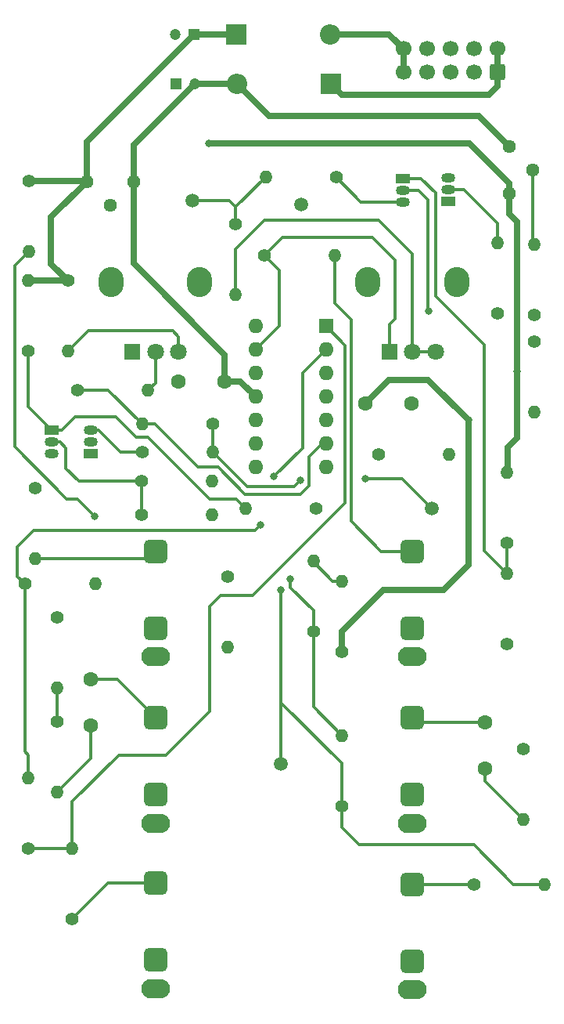
<source format=gtl>
%TF.GenerationSoftware,KiCad,Pcbnew,(6.0.1)*%
%TF.CreationDate,2022-09-11T09:04:56+02:00*%
%TF.ProjectId,vca,7663612e-6b69-4636-9164-5f7063625858,rev?*%
%TF.SameCoordinates,Original*%
%TF.FileFunction,Copper,L1,Top*%
%TF.FilePolarity,Positive*%
%FSLAX46Y46*%
G04 Gerber Fmt 4.6, Leading zero omitted, Abs format (unit mm)*
G04 Created by KiCad (PCBNEW (6.0.1)) date 2022-09-11 09:04:56*
%MOMM*%
%LPD*%
G01*
G04 APERTURE LIST*
G04 Aperture macros list*
%AMRoundRect*
0 Rectangle with rounded corners*
0 $1 Rounding radius*
0 $2 $3 $4 $5 $6 $7 $8 $9 X,Y pos of 4 corners*
0 Add a 4 corners polygon primitive as box body*
4,1,4,$2,$3,$4,$5,$6,$7,$8,$9,$2,$3,0*
0 Add four circle primitives for the rounded corners*
1,1,$1+$1,$2,$3*
1,1,$1+$1,$4,$5*
1,1,$1+$1,$6,$7*
1,1,$1+$1,$8,$9*
0 Add four rect primitives between the rounded corners*
20,1,$1+$1,$2,$3,$4,$5,0*
20,1,$1+$1,$4,$5,$6,$7,0*
20,1,$1+$1,$6,$7,$8,$9,0*
20,1,$1+$1,$8,$9,$2,$3,0*%
G04 Aperture macros list end*
%TA.AperFunction,ComponentPad*%
%ADD10C,1.500000*%
%TD*%
%TA.AperFunction,ComponentPad*%
%ADD11O,2.720000X3.240000*%
%TD*%
%TA.AperFunction,ComponentPad*%
%ADD12R,1.800000X1.800000*%
%TD*%
%TA.AperFunction,ComponentPad*%
%ADD13C,1.800000*%
%TD*%
%TA.AperFunction,ComponentPad*%
%ADD14O,3.100000X2.100000*%
%TD*%
%TA.AperFunction,ComponentPad*%
%ADD15RoundRect,0.650000X-0.650000X-0.650000X0.650000X-0.650000X0.650000X0.650000X-0.650000X0.650000X0*%
%TD*%
%TA.AperFunction,ComponentPad*%
%ADD16C,1.400000*%
%TD*%
%TA.AperFunction,ComponentPad*%
%ADD17O,1.400000X1.400000*%
%TD*%
%TA.AperFunction,ComponentPad*%
%ADD18R,1.200000X1.200000*%
%TD*%
%TA.AperFunction,ComponentPad*%
%ADD19C,1.200000*%
%TD*%
%TA.AperFunction,ComponentPad*%
%ADD20R,1.600000X1.600000*%
%TD*%
%TA.AperFunction,ComponentPad*%
%ADD21O,1.600000X1.600000*%
%TD*%
%TA.AperFunction,ComponentPad*%
%ADD22RoundRect,0.250000X0.600000X-0.600000X0.600000X0.600000X-0.600000X0.600000X-0.600000X-0.600000X0*%
%TD*%
%TA.AperFunction,ComponentPad*%
%ADD23C,1.700000*%
%TD*%
%TA.AperFunction,ComponentPad*%
%ADD24C,1.600000*%
%TD*%
%TA.AperFunction,ComponentPad*%
%ADD25R,2.200000X2.200000*%
%TD*%
%TA.AperFunction,ComponentPad*%
%ADD26O,2.200000X2.200000*%
%TD*%
%TA.AperFunction,ComponentPad*%
%ADD27R,1.500000X1.050000*%
%TD*%
%TA.AperFunction,ComponentPad*%
%ADD28O,1.500000X1.050000*%
%TD*%
%TA.AperFunction,ComponentPad*%
%ADD29C,1.440000*%
%TD*%
%TA.AperFunction,ViaPad*%
%ADD30C,0.800000*%
%TD*%
%TA.AperFunction,Conductor*%
%ADD31C,0.350000*%
%TD*%
%TA.AperFunction,Conductor*%
%ADD32C,0.700000*%
%TD*%
G04 APERTURE END LIST*
D10*
%TO.P,TP3,1,1*%
%TO.N,Net-(R33-Pad1)*%
X59200000Y-39200000D03*
%TD*%
%TO.P,TP4,1,1*%
%TO.N,Net-(R34-Pad1)*%
X57000000Y-99675000D03*
%TD*%
D11*
%TO.P,RV1,*%
%TO.N,*%
X48200000Y-47600000D03*
X38600000Y-47600000D03*
D12*
%TO.P,RV1,1,1*%
%TO.N,GND*%
X40900000Y-55100000D03*
D13*
%TO.P,RV1,2,2*%
%TO.N,Net-(R9-Pad2)*%
X43400000Y-55100000D03*
%TO.P,RV1,3,3*%
%TO.N,Net-(R1-Pad2)*%
X45900000Y-55100000D03*
%TD*%
D10*
%TO.P,TP2,1,1*%
%TO.N,Net-(R16-Pad1)*%
X47375000Y-38800000D03*
%TD*%
D14*
%TO.P,J5,S*%
%TO.N,GND*%
X71200000Y-124080000D03*
D15*
%TO.P,J5,T*%
%TO.N,OUT2*%
X71200000Y-112680000D03*
%TO.P,J5,TN*%
%TO.N,unconnected-(J5-PadTN)*%
X71200000Y-120980000D03*
%TD*%
D14*
%TO.P,J4,S*%
%TO.N,GND*%
X71200000Y-88080000D03*
D15*
%TO.P,J4,T*%
%TO.N,CV2*%
X71200000Y-76680000D03*
%TO.P,J4,TN*%
%TO.N,unconnected-(J4-PadTN)*%
X71200000Y-84980000D03*
%TD*%
D14*
%TO.P,J1,S*%
%TO.N,GND*%
X43400000Y-106080000D03*
D15*
%TO.P,J1,T*%
%TO.N,IN1*%
X43400000Y-94680000D03*
%TO.P,J1,TN*%
%TO.N,unconnected-(J1-PadTN)*%
X43400000Y-102980000D03*
%TD*%
D14*
%TO.P,J6,S*%
%TO.N,GND*%
X43400000Y-123915000D03*
D15*
%TO.P,J6,T*%
%TO.N,OUT1*%
X43400000Y-112515000D03*
%TO.P,J6,TN*%
%TO.N,unconnected-(J6-PadTN)*%
X43400000Y-120815000D03*
%TD*%
D14*
%TO.P,J2,S*%
%TO.N,GND*%
X71200000Y-106080000D03*
D15*
%TO.P,J2,T*%
%TO.N,IN2*%
X71200000Y-94680000D03*
%TO.P,J2,TN*%
%TO.N,unconnected-(J2-PadTN)*%
X71200000Y-102980000D03*
%TD*%
D14*
%TO.P,J3,S*%
%TO.N,GND*%
X43400000Y-88080000D03*
D15*
%TO.P,J3,T*%
%TO.N,CV1*%
X43400000Y-76680000D03*
%TO.P,J3,TN*%
%TO.N,unconnected-(J3-PadTN)*%
X43400000Y-84980000D03*
%TD*%
D10*
%TO.P,TP1,1,1*%
%TO.N,Net-(R15-Pad1)*%
X73300000Y-72050000D03*
%TD*%
D11*
%TO.P,RV2,*%
%TO.N,*%
X66400000Y-47600000D03*
X76000000Y-47600000D03*
D12*
%TO.P,RV2,1,1*%
%TO.N,Net-(R11-Pad1)*%
X68700000Y-55100000D03*
D13*
%TO.P,RV2,2,2*%
%TO.N,Net-(R16-Pad2)*%
X71200000Y-55100000D03*
%TO.P,RV2,3,3*%
X73700000Y-55100000D03*
%TD*%
D16*
%TO.P,R31,1*%
%TO.N,Net-(R26-Pad1)*%
X67540000Y-66225000D03*
D17*
%TO.P,R31,2*%
%TO.N,GND*%
X75160000Y-66225000D03*
%TD*%
D16*
%TO.P,R34,1*%
%TO.N,Net-(R34-Pad1)*%
X63575000Y-104210000D03*
D17*
%TO.P,R34,2*%
%TO.N,Net-(R28-Pad1)*%
X63575000Y-96590000D03*
%TD*%
D16*
%TO.P,R30,1*%
%TO.N,Net-(Q4-Pad2)*%
X84400000Y-51160000D03*
D17*
%TO.P,R30,2*%
%TO.N,Net-(R30-Pad2)*%
X84400000Y-43540000D03*
%TD*%
D18*
%TO.P,C6,1*%
%TO.N,+12V*%
X47550000Y-20800000D03*
D19*
%TO.P,C6,2*%
%TO.N,GND*%
X45550000Y-20800000D03*
%TD*%
D16*
%TO.P,R8,1*%
%TO.N,Net-(R15-Pad2)*%
X30350000Y-69890000D03*
D17*
%TO.P,R8,2*%
%TO.N,CV1*%
X30350000Y-77510000D03*
%TD*%
D16*
%TO.P,R19,1*%
%TO.N,Net-(Q1-Pad3)*%
X41990000Y-65950000D03*
D17*
%TO.P,R19,2*%
%TO.N,Net-(R15-Pad1)*%
X49610000Y-65950000D03*
%TD*%
D18*
%TO.P,C7,1*%
%TO.N,GND*%
X45627401Y-26150000D03*
D19*
%TO.P,C7,2*%
%TO.N,-12V*%
X47627401Y-26150000D03*
%TD*%
D16*
%TO.P,R17,1*%
%TO.N,+12V*%
X29700000Y-36690000D03*
D17*
%TO.P,R17,2*%
%TO.N,Net-(Q1-Pad1)*%
X29700000Y-44310000D03*
%TD*%
D20*
%TO.P,U2,1*%
%TO.N,Net-(R33-Pad1)*%
X61850000Y-52325000D03*
D21*
%TO.P,U2,2,-*%
%TO.N,Net-(R25-Pad1)*%
X61850000Y-54865000D03*
%TO.P,U2,3,+*%
%TO.N,Net-(R26-Pad1)*%
X61850000Y-57405000D03*
%TO.P,U2,4,V+*%
%TO.N,+12V*%
X61850000Y-59945000D03*
%TO.P,U2,5,+*%
%TO.N,GND*%
X61850000Y-62485000D03*
%TO.P,U2,6,-*%
%TO.N,Net-(R15-Pad2)*%
X61850000Y-65025000D03*
%TO.P,U2,7*%
%TO.N,Net-(R15-Pad1)*%
X61850000Y-67565000D03*
%TO.P,U2,8*%
%TO.N,Net-(R34-Pad1)*%
X54230000Y-67565000D03*
%TO.P,U2,9,-*%
%TO.N,Net-(R28-Pad1)*%
X54230000Y-65025000D03*
%TO.P,U2,10,+*%
%TO.N,Net-(R29-Pad1)*%
X54230000Y-62485000D03*
%TO.P,U2,11,V-*%
%TO.N,-12V*%
X54230000Y-59945000D03*
%TO.P,U2,12,+*%
%TO.N,GND*%
X54230000Y-57405000D03*
%TO.P,U2,13,-*%
%TO.N,Net-(R11-Pad1)*%
X54230000Y-54865000D03*
%TO.P,U2,14*%
%TO.N,Net-(R16-Pad1)*%
X54230000Y-52325000D03*
%TD*%
D16*
%TO.P,R16,1*%
%TO.N,Net-(R16-Pad1)*%
X52050000Y-41340000D03*
D17*
%TO.P,R16,2*%
%TO.N,Net-(R16-Pad2)*%
X52050000Y-48960000D03*
%TD*%
D16*
%TO.P,R32,1*%
%TO.N,Net-(R29-Pad1)*%
X51250000Y-79440000D03*
D17*
%TO.P,R32,2*%
%TO.N,GND*%
X51250000Y-87060000D03*
%TD*%
D16*
%TO.P,R23,1*%
%TO.N,Net-(Q3-Pad2)*%
X41890000Y-69100000D03*
D17*
%TO.P,R23,2*%
%TO.N,GND*%
X49510000Y-69100000D03*
%TD*%
D22*
%TO.P,J7,1,Pin_1*%
%TO.N,Net-(D2-Pad1)*%
X80400000Y-24900000D03*
D23*
%TO.P,J7,2,Pin_2*%
X80400000Y-22360000D03*
%TO.P,J7,3,Pin_3*%
%TO.N,GND*%
X77860000Y-24900000D03*
%TO.P,J7,4,Pin_4*%
X77860000Y-22360000D03*
%TO.P,J7,5,Pin_5*%
X75320000Y-24900000D03*
%TO.P,J7,6,Pin_6*%
X75320000Y-22360000D03*
%TO.P,J7,7,Pin_7*%
X72780000Y-24900000D03*
%TO.P,J7,8,Pin_8*%
X72780000Y-22360000D03*
%TO.P,J7,9,Pin_9*%
%TO.N,Net-(D1-Pad2)*%
X70240000Y-24900000D03*
%TO.P,J7,10,Pin_10*%
X70240000Y-22360000D03*
%TD*%
D16*
%TO.P,R9,1*%
%TO.N,Net-(R15-Pad2)*%
X34990000Y-59275000D03*
D17*
%TO.P,R9,2*%
%TO.N,Net-(R9-Pad2)*%
X42610000Y-59275000D03*
%TD*%
D16*
%TO.P,R11,1*%
%TO.N,Net-(R11-Pad1)*%
X55190000Y-44700000D03*
D17*
%TO.P,R11,2*%
%TO.N,CV2*%
X62810000Y-44700000D03*
%TD*%
D16*
%TO.P,R20,1*%
%TO.N,Net-(Q2-Pad3)*%
X62935000Y-36225000D03*
D17*
%TO.P,R20,2*%
%TO.N,Net-(R16-Pad1)*%
X55315000Y-36225000D03*
%TD*%
D16*
%TO.P,R26,1*%
%TO.N,Net-(R26-Pad1)*%
X60760000Y-72050000D03*
D17*
%TO.P,R26,2*%
%TO.N,Net-(Q3-Pad1)*%
X53140000Y-72050000D03*
%TD*%
D16*
%TO.P,R25,1*%
%TO.N,Net-(R25-Pad1)*%
X29240000Y-80200000D03*
D17*
%TO.P,R25,2*%
%TO.N,Net-(Q1-Pad1)*%
X36860000Y-80200000D03*
%TD*%
D16*
%TO.P,R29,1*%
%TO.N,Net-(R29-Pad1)*%
X81450000Y-86735000D03*
D17*
%TO.P,R29,2*%
%TO.N,Net-(Q4-Pad1)*%
X81450000Y-79115000D03*
%TD*%
D24*
%TO.P,C1,1*%
%TO.N,IN1*%
X36350000Y-90550000D03*
%TO.P,C1,2*%
%TO.N,Net-(C1-Pad2)*%
X36350000Y-95550000D03*
%TD*%
D16*
%TO.P,R7,1*%
%TO.N,Net-(Q1-Pad2)*%
X32750000Y-95090000D03*
D17*
%TO.P,R7,2*%
%TO.N,Net-(C1-Pad2)*%
X32750000Y-102710000D03*
%TD*%
D16*
%TO.P,R22,1*%
%TO.N,Net-(Q4-Pad1)*%
X81425000Y-75760000D03*
D17*
%TO.P,R22,2*%
%TO.N,+12V*%
X81425000Y-68140000D03*
%TD*%
D25*
%TO.P,D1,1,K*%
%TO.N,+12V*%
X52170000Y-20800000D03*
D26*
%TO.P,D1,2,A*%
%TO.N,Net-(D1-Pad2)*%
X62330000Y-20800000D03*
%TD*%
D16*
%TO.P,R36,1*%
%TO.N,OUT2*%
X77890000Y-112700000D03*
D17*
%TO.P,R36,2*%
%TO.N,Net-(R34-Pad1)*%
X85510000Y-112700000D03*
%TD*%
D27*
%TO.P,Q2,1,C*%
%TO.N,Net-(Q2-Pad1)*%
X75100000Y-38850000D03*
D28*
%TO.P,Q2,2,B*%
%TO.N,Net-(Q2-Pad2)*%
X75100000Y-37580000D03*
%TO.P,Q2,3,E*%
%TO.N,Net-(Q2-Pad3)*%
X75100000Y-36310000D03*
%TD*%
D16*
%TO.P,R24,1*%
%TO.N,Net-(Q4-Pad2)*%
X84400000Y-54040000D03*
D17*
%TO.P,R24,2*%
%TO.N,GND*%
X84400000Y-61660000D03*
%TD*%
D16*
%TO.P,R33,1*%
%TO.N,Net-(R33-Pad1)*%
X29650000Y-108800000D03*
D17*
%TO.P,R33,2*%
%TO.N,Net-(R25-Pad1)*%
X29650000Y-101180000D03*
%TD*%
D16*
%TO.P,R10,1*%
%TO.N,Net-(Q2-Pad2)*%
X83200000Y-98090000D03*
D17*
%TO.P,R10,2*%
%TO.N,Net-(C2-Pad2)*%
X83200000Y-105710000D03*
%TD*%
D16*
%TO.P,R35,1*%
%TO.N,OUT1*%
X34400000Y-116410000D03*
D17*
%TO.P,R35,2*%
%TO.N,Net-(R33-Pad1)*%
X34400000Y-108790000D03*
%TD*%
D16*
%TO.P,R18,1*%
%TO.N,+12V*%
X63550000Y-87510000D03*
D17*
%TO.P,R18,2*%
%TO.N,Net-(Q2-Pad1)*%
X63550000Y-79890000D03*
%TD*%
D24*
%TO.P,C4,1*%
%TO.N,+12V*%
X66100000Y-60700000D03*
%TO.P,C4,2*%
%TO.N,GND*%
X71100000Y-60700000D03*
%TD*%
D29*
%TO.P,RV4,1,1*%
%TO.N,+12V*%
X81650000Y-38000000D03*
%TO.P,RV4,2,2*%
%TO.N,Net-(R30-Pad2)*%
X84190000Y-35460000D03*
%TO.P,RV4,3,3*%
%TO.N,-12V*%
X81650000Y-32920000D03*
%TD*%
D16*
%TO.P,R28,1*%
%TO.N,Net-(R28-Pad1)*%
X60500000Y-85360000D03*
D17*
%TO.P,R28,2*%
%TO.N,Net-(Q2-Pad1)*%
X60500000Y-77740000D03*
%TD*%
D25*
%TO.P,D2,1,K*%
%TO.N,Net-(D2-Pad1)*%
X62380000Y-26150000D03*
D26*
%TO.P,D2,2,A*%
%TO.N,-12V*%
X52220000Y-26150000D03*
%TD*%
D16*
%TO.P,R27,1*%
%TO.N,Net-(Q3-Pad2)*%
X41890000Y-72750000D03*
D17*
%TO.P,R27,2*%
%TO.N,Net-(R27-Pad2)*%
X49510000Y-72750000D03*
%TD*%
D16*
%TO.P,R1,1*%
%TO.N,+12V*%
X33900000Y-47440000D03*
D17*
%TO.P,R1,2*%
%TO.N,Net-(R1-Pad2)*%
X33900000Y-55060000D03*
%TD*%
D16*
%TO.P,R21,1*%
%TO.N,Net-(Q3-Pad1)*%
X29600000Y-55060000D03*
D17*
%TO.P,R21,2*%
%TO.N,+12V*%
X29600000Y-47440000D03*
%TD*%
D27*
%TO.P,Q3,1,C*%
%TO.N,Net-(Q3-Pad1)*%
X32160000Y-63630000D03*
D28*
%TO.P,Q3,2,B*%
%TO.N,Net-(Q3-Pad2)*%
X32160000Y-64900000D03*
%TO.P,Q3,3,E*%
%TO.N,Net-(Q1-Pad3)*%
X32160000Y-66170000D03*
%TD*%
D27*
%TO.P,Q1,1,C*%
%TO.N,Net-(Q1-Pad1)*%
X36390000Y-66170000D03*
D28*
%TO.P,Q1,2,B*%
%TO.N,Net-(Q1-Pad2)*%
X36390000Y-64900000D03*
%TO.P,Q1,3,E*%
%TO.N,Net-(Q1-Pad3)*%
X36390000Y-63630000D03*
%TD*%
D16*
%TO.P,R13,1*%
%TO.N,GND*%
X32750000Y-83840000D03*
D17*
%TO.P,R13,2*%
%TO.N,Net-(Q1-Pad2)*%
X32750000Y-91460000D03*
%TD*%
D16*
%TO.P,R15,1*%
%TO.N,Net-(R15-Pad1)*%
X49560000Y-62950000D03*
D17*
%TO.P,R15,2*%
%TO.N,Net-(R15-Pad2)*%
X41940000Y-62950000D03*
%TD*%
D27*
%TO.P,Q4,1,C*%
%TO.N,Net-(Q4-Pad1)*%
X70210000Y-36380000D03*
D28*
%TO.P,Q4,2,B*%
%TO.N,Net-(Q4-Pad2)*%
X70210000Y-37650000D03*
%TO.P,Q4,3,E*%
%TO.N,Net-(Q2-Pad3)*%
X70210000Y-38920000D03*
%TD*%
D24*
%TO.P,C2,1*%
%TO.N,IN2*%
X79050000Y-95150000D03*
%TO.P,C2,2*%
%TO.N,Net-(C2-Pad2)*%
X79050000Y-100150000D03*
%TD*%
%TO.P,C8,1*%
%TO.N,-12V*%
X50900000Y-58300000D03*
%TO.P,C8,2*%
%TO.N,GND*%
X45900000Y-58300000D03*
%TD*%
D16*
%TO.P,R14,1*%
%TO.N,GND*%
X80400000Y-50960000D03*
D17*
%TO.P,R14,2*%
%TO.N,Net-(Q2-Pad2)*%
X80400000Y-43340000D03*
%TD*%
D29*
%TO.P,RV3,1,1*%
%TO.N,+12V*%
X35950000Y-36725000D03*
%TO.P,RV3,2,2*%
%TO.N,Net-(R27-Pad2)*%
X38490000Y-39265000D03*
%TO.P,RV3,3,3*%
%TO.N,-12V*%
X41030000Y-36725000D03*
%TD*%
D30*
%TO.N,+12V*%
X82550000Y-57225000D03*
X49200000Y-32600000D03*
X77275000Y-62525000D03*
%TO.N,Net-(Q1-Pad1)*%
X36830000Y-72870000D03*
%TO.N,Net-(Q4-Pad2)*%
X72975000Y-50700000D03*
%TO.N,Net-(R15-Pad1)*%
X59100000Y-69000000D03*
X66125000Y-68800000D03*
%TO.N,Net-(R25-Pad1)*%
X56200000Y-68600000D03*
X54800000Y-73850000D03*
%TO.N,Net-(R28-Pad1)*%
X58000000Y-79650000D03*
%TO.N,Net-(R34-Pad1)*%
X57000000Y-80875000D03*
%TD*%
D31*
%TO.N,Net-(R1-Pad2)*%
X45250000Y-52850000D02*
X36110000Y-52850000D01*
X45900000Y-53500000D02*
X45250000Y-52850000D01*
X36110000Y-52850000D02*
X33900000Y-55060000D01*
X45900000Y-55100000D02*
X45900000Y-53500000D01*
%TO.N,Net-(R9-Pad2)*%
X43400000Y-58485000D02*
X42610000Y-59275000D01*
X43400000Y-55100000D02*
X43400000Y-58485000D01*
%TO.N,Net-(R25-Pad1)*%
X59300000Y-57415000D02*
X61850000Y-54865000D01*
X59300000Y-65500000D02*
X59300000Y-57415000D01*
X56200000Y-68600000D02*
X59300000Y-65500000D01*
%TO.N,IN1*%
X39270000Y-90550000D02*
X43400000Y-94680000D01*
X36350000Y-90550000D02*
X39270000Y-90550000D01*
%TO.N,IN2*%
X79050000Y-95150000D02*
X71670000Y-95150000D01*
X71670000Y-95150000D02*
X71200000Y-94680000D01*
X71200000Y-94715000D02*
X71635000Y-95150000D01*
%TO.N,Net-(C2-Pad2)*%
X79050000Y-100150000D02*
X79050000Y-101550000D01*
X79050000Y-101550000D02*
X83200000Y-105700000D01*
X83200000Y-105700000D02*
X83200000Y-105710000D01*
D32*
%TO.N,+12V*%
X82525000Y-64400000D02*
X81500000Y-65425000D01*
X32100000Y-45640000D02*
X33900000Y-47440000D01*
X63550000Y-85350000D02*
X63550000Y-87510000D01*
X77275000Y-62525000D02*
X72900000Y-58150000D01*
X29600000Y-47440000D02*
X33900000Y-47440000D01*
X35950000Y-36730000D02*
X32100000Y-40580000D01*
X77350000Y-32600000D02*
X81650000Y-36900000D01*
X74600000Y-80825000D02*
X68075000Y-80825000D01*
X35950000Y-32400000D02*
X35950000Y-36725000D01*
X52170000Y-20800000D02*
X47550000Y-20800000D01*
X82550000Y-41100000D02*
X81650000Y-40200000D01*
X72900000Y-58150000D02*
X68650000Y-58150000D01*
X49200000Y-32600000D02*
X77350000Y-32600000D01*
X77275000Y-78150000D02*
X74600000Y-80825000D01*
X77275000Y-62525000D02*
X77275000Y-78150000D01*
X47550000Y-20800000D02*
X35950000Y-32400000D01*
X81650000Y-40200000D02*
X81650000Y-38000000D01*
X82550000Y-57225000D02*
X82550000Y-41100000D01*
X32100000Y-40580000D02*
X32100000Y-45640000D01*
X68075000Y-80825000D02*
X63550000Y-85350000D01*
X68650000Y-58150000D02*
X66100000Y-60700000D01*
X82550000Y-57225000D02*
X82525000Y-57250000D01*
X29700000Y-36690000D02*
X35915000Y-36690000D01*
X82525000Y-57250000D02*
X82525000Y-64400000D01*
X81650000Y-36900000D02*
X81650000Y-38000000D01*
X81500000Y-65425000D02*
X81500000Y-68025000D01*
%TO.N,-12V*%
X52220000Y-26150000D02*
X47627401Y-26150000D01*
X52585000Y-58300000D02*
X54230000Y-59945000D01*
X47627401Y-26150000D02*
X41030000Y-32747401D01*
X50900000Y-58300000D02*
X52585000Y-58300000D01*
X41030000Y-32747401D02*
X41030000Y-36725000D01*
X78380000Y-29650000D02*
X81650000Y-32920000D01*
X50900000Y-55450000D02*
X50900000Y-58300000D01*
X41030000Y-36725000D02*
X41030000Y-45580000D01*
X41030000Y-45580000D02*
X50900000Y-55450000D01*
X55720000Y-29650000D02*
X78380000Y-29650000D01*
X52220000Y-26150000D02*
X55720000Y-29650000D01*
%TO.N,Net-(D1-Pad2)*%
X62330000Y-20800000D02*
X68680000Y-20800000D01*
X68680000Y-20800000D02*
X70240000Y-22360000D01*
X70240000Y-22360000D02*
X70240000Y-24900000D01*
%TO.N,Net-(D2-Pad1)*%
X63580000Y-27350000D02*
X79450000Y-27350000D01*
X79450000Y-27350000D02*
X80400000Y-26400000D01*
X62380000Y-26150000D02*
X63580000Y-27350000D01*
X80400000Y-22360000D02*
X80400000Y-24900000D01*
X80400000Y-26400000D02*
X80400000Y-24900000D01*
D31*
%TO.N,CV1*%
X30350000Y-77510000D02*
X42570000Y-77510000D01*
X42570000Y-77510000D02*
X43400000Y-76680000D01*
%TO.N,CV2*%
X64590000Y-73440000D02*
X64590000Y-51640000D01*
X67830000Y-76680000D02*
X64590000Y-73440000D01*
X64590000Y-51640000D02*
X62810000Y-49860000D01*
X62810000Y-49860000D02*
X62810000Y-44700000D01*
X71200000Y-76680000D02*
X67830000Y-76680000D01*
%TO.N,OUT2*%
X77870000Y-112680000D02*
X71200000Y-112680000D01*
X77890000Y-112700000D02*
X77870000Y-112680000D01*
%TO.N,OUT1*%
X34400000Y-116410000D02*
X38295000Y-112515000D01*
X38295000Y-112515000D02*
X43400000Y-112515000D01*
%TO.N,Net-(Q1-Pad1)*%
X36820000Y-72870000D02*
X34950000Y-71000000D01*
X28200000Y-65400000D02*
X28200000Y-45810000D01*
X34950000Y-71000000D02*
X33800000Y-71000000D01*
X28200000Y-45810000D02*
X29700000Y-44310000D01*
X33800000Y-71000000D02*
X28200000Y-65400000D01*
X36830000Y-72870000D02*
X36820000Y-72870000D01*
%TO.N,Net-(Q1-Pad2)*%
X32750000Y-91460000D02*
X32750000Y-95090000D01*
%TO.N,Net-(Q1-Pad3)*%
X37280000Y-63630000D02*
X39600000Y-65950000D01*
X36390000Y-63630000D02*
X37280000Y-63630000D01*
X39600000Y-65950000D02*
X41990000Y-65950000D01*
%TO.N,Net-(Q2-Pad1)*%
X60500000Y-77740000D02*
X60500000Y-77800000D01*
X62590000Y-79890000D02*
X63550000Y-79890000D01*
X60500000Y-77800000D02*
X62590000Y-79890000D01*
%TO.N,Net-(Q2-Pad2)*%
X80400000Y-41200000D02*
X80400000Y-43340000D01*
X75100000Y-37580000D02*
X76780000Y-37580000D01*
X76780000Y-37580000D02*
X80400000Y-41200000D01*
%TO.N,Net-(Q2-Pad3)*%
X65630000Y-38920000D02*
X62935000Y-36225000D01*
X70210000Y-38920000D02*
X65630000Y-38920000D01*
%TO.N,Net-(Q3-Pad1)*%
X42550000Y-64350000D02*
X49250000Y-71050000D01*
X49250000Y-71050000D02*
X52140000Y-71050000D01*
X32160000Y-63630000D02*
X33220000Y-63630000D01*
X29600000Y-61070000D02*
X32160000Y-63630000D01*
X39100000Y-62150000D02*
X41300000Y-64350000D01*
X34700000Y-62150000D02*
X39100000Y-62150000D01*
X41300000Y-64350000D02*
X42550000Y-64350000D01*
X33220000Y-63630000D02*
X34700000Y-62150000D01*
X29600000Y-55060000D02*
X29600000Y-61070000D01*
X52140000Y-71050000D02*
X53140000Y-72050000D01*
%TO.N,Net-(Q3-Pad2)*%
X33700000Y-67700000D02*
X33700000Y-65550000D01*
X41890000Y-69100000D02*
X41890000Y-72750000D01*
X33050000Y-64900000D02*
X32160000Y-64900000D01*
X33700000Y-65550000D02*
X33050000Y-64900000D01*
X41890000Y-69100000D02*
X35100000Y-69100000D01*
X35100000Y-69100000D02*
X33700000Y-67700000D01*
%TO.N,Net-(Q4-Pad1)*%
X72155000Y-36380000D02*
X73700000Y-37925000D01*
X78950000Y-76615000D02*
X81450000Y-79115000D01*
X73700000Y-37925000D02*
X73700000Y-49150000D01*
X73700000Y-49150000D02*
X78950000Y-54400000D01*
X70210000Y-36380000D02*
X72155000Y-36380000D01*
X81450000Y-79115000D02*
X81450000Y-75785000D01*
X81450000Y-75785000D02*
X81425000Y-75760000D01*
X78950000Y-54400000D02*
X78950000Y-76615000D01*
%TO.N,Net-(Q4-Pad2)*%
X72900000Y-38725000D02*
X71825000Y-37650000D01*
X71825000Y-37650000D02*
X70210000Y-37650000D01*
X72900000Y-50625000D02*
X72900000Y-38725000D01*
X72975000Y-50700000D02*
X72900000Y-50625000D01*
%TO.N,GND*%
X40835000Y-55060000D02*
X40900000Y-55125000D01*
%TO.N,Net-(C1-Pad2)*%
X32750000Y-102700000D02*
X36350000Y-99100000D01*
X36350000Y-99100000D02*
X36350000Y-95550000D01*
X32750000Y-102710000D02*
X32750000Y-102700000D01*
%TO.N,Net-(R16-Pad2)*%
X67525000Y-40875000D02*
X71200000Y-44550000D01*
X71200000Y-55100000D02*
X73700000Y-55100000D01*
X55225000Y-40875000D02*
X67525000Y-40875000D01*
X52050000Y-44050000D02*
X55225000Y-40875000D01*
X52050000Y-48960000D02*
X52050000Y-44050000D01*
X71200000Y-44550000D02*
X71200000Y-55100000D01*
%TO.N,Net-(R15-Pad2)*%
X59050000Y-70550000D02*
X60000000Y-69600000D01*
X53100000Y-70550000D02*
X59050000Y-70550000D01*
X60000000Y-66450000D02*
X61425000Y-65025000D01*
X60000000Y-69600000D02*
X60000000Y-66450000D01*
X61425000Y-65025000D02*
X61850000Y-65025000D01*
X48000000Y-67600000D02*
X50150000Y-67600000D01*
X50150000Y-67600000D02*
X53100000Y-70550000D01*
X43350000Y-62950000D02*
X48000000Y-67600000D01*
X38265000Y-59275000D02*
X41940000Y-62950000D01*
X34990000Y-59275000D02*
X38265000Y-59275000D01*
X41940000Y-62950000D02*
X43350000Y-62950000D01*
%TO.N,Net-(R11-Pad1)*%
X57140000Y-42750000D02*
X55190000Y-44700000D01*
X69325000Y-51575000D02*
X69325000Y-45175000D01*
X54230000Y-54865000D02*
X56800000Y-52295000D01*
X56800000Y-46310000D02*
X55190000Y-44700000D01*
X66900000Y-42750000D02*
X57140000Y-42750000D01*
X68700000Y-55100000D02*
X68700000Y-52200000D01*
X68700000Y-52200000D02*
X69325000Y-51575000D01*
X56800000Y-52295000D02*
X56800000Y-46310000D01*
X69325000Y-45175000D02*
X66900000Y-42750000D01*
%TO.N,Net-(R15-Pad1)*%
X59100000Y-69000000D02*
X58400000Y-69700000D01*
X53360000Y-69700000D02*
X49610000Y-65950000D01*
X70050000Y-68800000D02*
X73300000Y-72050000D01*
X58400000Y-69700000D02*
X53360000Y-69700000D01*
X49560000Y-65900000D02*
X49610000Y-65950000D01*
X66125000Y-68800000D02*
X70050000Y-68800000D01*
X49560000Y-62950000D02*
X49560000Y-65900000D01*
%TO.N,Net-(R16-Pad1)*%
X52050000Y-39490000D02*
X52050000Y-41340000D01*
X51360000Y-38800000D02*
X47375000Y-38800000D01*
X52050000Y-39490000D02*
X51360000Y-38800000D01*
X55315000Y-36225000D02*
X52050000Y-39490000D01*
%TO.N,Net-(R25-Pad1)*%
X29650000Y-98700000D02*
X29650000Y-101180000D01*
X29240000Y-98290000D02*
X29650000Y-98700000D01*
X54200000Y-74450000D02*
X54800000Y-73850000D01*
X29240000Y-80200000D02*
X29240000Y-98290000D01*
X29240000Y-80200000D02*
X28450000Y-79410000D01*
X28450000Y-76200000D02*
X30200000Y-74450000D01*
X28450000Y-79410000D02*
X28450000Y-76200000D01*
X30200000Y-74450000D02*
X54200000Y-74450000D01*
%TO.N,Net-(R28-Pad1)*%
X58000000Y-80600000D02*
X60500000Y-83100000D01*
X60500000Y-93515000D02*
X63575000Y-96590000D01*
X60500000Y-83100000D02*
X60500000Y-85360000D01*
X60500000Y-85360000D02*
X60500000Y-93515000D01*
X58000000Y-79650000D02*
X58000000Y-80600000D01*
%TO.N,Net-(R30-Pad2)*%
X84190000Y-35460000D02*
X84190000Y-43330000D01*
X84190000Y-43330000D02*
X84400000Y-43540000D01*
%TO.N,Net-(R33-Pad1)*%
X49250000Y-82650000D02*
X50450000Y-81450000D01*
X44560000Y-98700000D02*
X49250000Y-94010000D01*
X63950000Y-54425000D02*
X61850000Y-52325000D01*
X49250000Y-94010000D02*
X49250000Y-82650000D01*
X53950000Y-81450000D02*
X63950000Y-71450000D01*
X34390000Y-103760000D02*
X39450000Y-98700000D01*
X29650000Y-108800000D02*
X34390000Y-108800000D01*
X63950000Y-71450000D02*
X63950000Y-54425000D01*
X34390000Y-108800000D02*
X34390000Y-103760000D01*
X50450000Y-81450000D02*
X53950000Y-81450000D01*
X39450000Y-98700000D02*
X44560000Y-98700000D01*
%TO.N,Net-(R34-Pad1)*%
X63575000Y-104210000D02*
X63575000Y-106525000D01*
X63575000Y-99600000D02*
X63575000Y-104210000D01*
X82150000Y-112700000D02*
X85510000Y-112700000D01*
X57000000Y-80875000D02*
X57000000Y-93025000D01*
X77850000Y-108400000D02*
X82150000Y-112700000D01*
X57000000Y-93025000D02*
X63575000Y-99600000D01*
X65450000Y-108400000D02*
X77850000Y-108400000D01*
X63575000Y-106525000D02*
X65450000Y-108400000D01*
X57000000Y-93025000D02*
X57000000Y-99675000D01*
%TD*%
M02*

</source>
